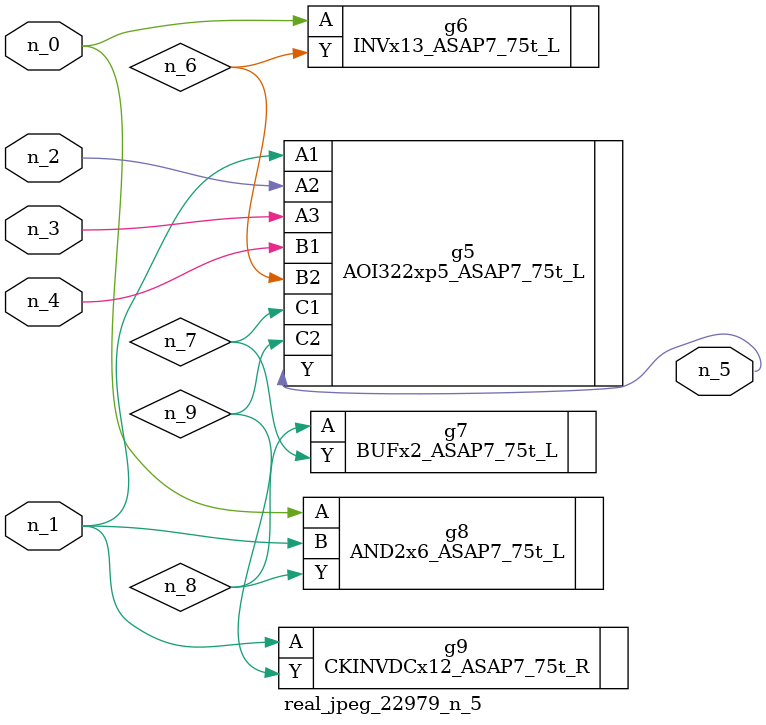
<source format=v>
module real_jpeg_22979_n_5 (n_4, n_0, n_1, n_2, n_3, n_5);

input n_4;
input n_0;
input n_1;
input n_2;
input n_3;

output n_5;

wire n_8;
wire n_6;
wire n_7;
wire n_9;

INVx13_ASAP7_75t_L g6 ( 
.A(n_0),
.Y(n_6)
);

AND2x6_ASAP7_75t_L g8 ( 
.A(n_0),
.B(n_1),
.Y(n_8)
);

AOI322xp5_ASAP7_75t_L g5 ( 
.A1(n_1),
.A2(n_2),
.A3(n_3),
.B1(n_4),
.B2(n_6),
.C1(n_7),
.C2(n_9),
.Y(n_5)
);

CKINVDCx12_ASAP7_75t_R g9 ( 
.A(n_1),
.Y(n_9)
);

BUFx2_ASAP7_75t_L g7 ( 
.A(n_8),
.Y(n_7)
);


endmodule
</source>
